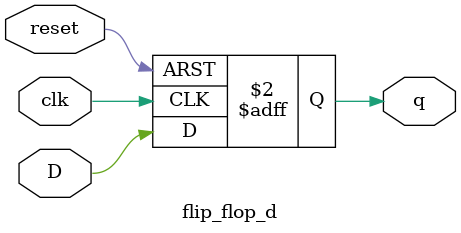
<source format=v>
`timescale 1ns / 1ps
module flip_flop_d(clk,reset,D,q);
//inputs and outputs
input clk;
input reset;
input D;
//input en;
output reg q;
always @(negedge clk,posedge reset)
    if(reset) begin
        q <= 1'b0;
    end
    else begin
        q <= D;
    end
endmodule

</source>
